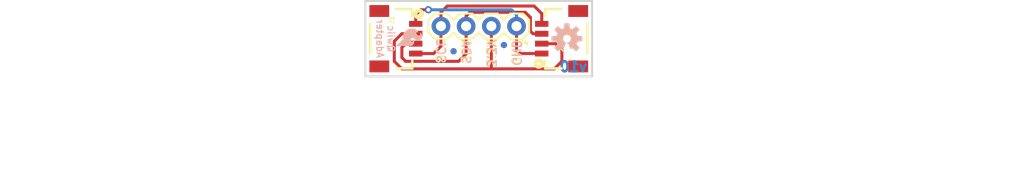
<source format=kicad_pcb>
(kicad_pcb (version 20211014) (generator pcbnew)
  (layers (0 "F.Cu" signal) (31 "B.Cu" signal) (34 "B.Paste" user) (35 "F.Paste" user) (36 "B.SilkS" user "B.Silkscreen") (37 "F.SilkS" user "F.Silkscreen") (38 "B.Mask" user) (39 "F.Mask" user) (44 "Edge.Cuts" user))
  (net 0 "")
  (net 1 "GND")
  (net 2 "SCL")
  (net 3 "SDA")
  (net 4 "3.3V")
  (footprint "boardEagle:FIDUCIAL-MICRO" (layer "F.Cu") (at 151.0411 105.6386)
    (fp_text reference "FD3" hide)
    (fp_text value "FIDUCIALUFIDUCIAL" hide)
    (pad "1" smd roundrect (at 0 0) (size 0.635 0.635) (layers "F.Cu" "F.Mask") (roundrect_rratio 0.5))
  )
  (footprint "boardEagle:1X04" (layer "F.Cu") (at 152.3111 103.7336 180)
    (fp_text reference "J4" (at -1.27 -1.397 180) (layer "F.SilkS") (effects (font (size 0.48768 0.48768) (thickness 0.12192)) (justify right top)))
    (fp_text value "PTH")
    (fp_line (start 1.27 0.635) (end 0.635 1.27) (layer "F.SilkS") (width 0.2032))
    (fp_line (start 3.81 -0.635) (end 4.445 -1.27) (layer "F.SilkS") (width 0.2032))
    (fp_line (start 8.255 1.27) (end 6.985 1.27) (layer "F.SilkS") (width 0.2032))
    (fp_line (start 0.635 -1.27) (end 1.27 -0.635) (layer "F.SilkS") (width 0.2032))
    (fp_line (start 3.175 -1.27) (end 3.81 -0.635) (layer "F.SilkS") (width 0.2032))
    (fp_line (start 1.27 -0.635) (end 1.905 -1.27) (layer "F.SilkS") (width 0.2032))
    (fp_line (start 8.89 0.635) (end 8.255 1.27) (layer "F.SilkS") (width 0.2032))
    (fp_line (start 3.81 0.635) (end 3.175 1.27) (layer "F.SilkS") (width 0.2032))
    (fp_line (start 3.175 1.27) (end 1.905 1.27) (layer "F.SilkS") (width 0.2032))
    (fp_line (start -0.635 -1.27) (end -1.27 -0.635) (layer "F.SilkS") (width 0.2032))
    (fp_line (start 6.35 0.635) (end 5.715 1.27) (layer "F.SilkS") (width 0.2032))
    (fp_line (start 6.985 -1.27) (end 8.255 -1.27) (layer "F.SilkS") (width 0.2032))
    (fp_line (start -0.635 -1.27) (end 0.635 -1.27) (layer "F.SilkS") (width 0.2032))
    (fp_line (start 1.905 1.27) (end 1.27 0.635) (layer "F.SilkS") (width 0.2032))
    (fp_line (start 8.255 -1.27) (end 8.89 -0.635) (layer "F.SilkS") (width 0.2032))
    (fp_line (start 4.445 1.27) (end 3.81 0.635) (layer "F.SilkS") (width 0.2032))
    (fp_line (start 5.715 -1.27) (end 6.35 -0.635) (layer "F.SilkS") (width 0.2032))
    (fp_line (start -1.27 0.635) (end -0.635 1.27) (layer "F.SilkS") (width 0.2032))
    (fp_line (start 6.985 -1.27) (end 6.35 -0.635) (layer "F.SilkS") (width 0.2032))
    (fp_line (start 4.445 -1.27) (end 5.715 -1.27) (layer "F.SilkS") (width 0.2032))
    (fp_line (start 8.89 -0.635) (end 8.89 0.635) (layer "F.SilkS") (width 0.2032))
    (fp_line (start 6.35 0.635) (end 6.985 1.27) (layer "F.SilkS") (width 0.2032))
    (fp_line (start 5.715 1.27) (end 4.445 1.27) (layer "F.SilkS") (width 0.2032))
    (fp_line (start 1.905 -1.27) (end 3.175 -1.27) (layer "F.SilkS") (width 0.2032))
    (fp_line (start 0.635 1.27) (end -0.635 1.27) (layer "F.SilkS") (width 0.2032))
    (fp_line (start -1.27 -0.635) (end -1.27 0.635) (layer "F.SilkS") (width 0.2032))
    (pad "1" thru_hole circle (at 0 0 270) (size 1.8796 1.8796) (drill 1.016) (layers *.Cu *.Mask) (net 1 "GND"))
    (pad "2" thru_hole circle (at 2.54 0 270) (size 1.8796 1.8796) (drill 1.016) (layers *.Cu *.Mask) (net 4 "3.3V"))
    (pad "3" thru_hole circle (at 5.08 0 270) (size 1.8796 1.8796) (drill 1.016) (layers *.Cu *.Mask) (net 3 "SDA"))
    (pad "4" thru_hole circle (at 7.62 0 270) (size 1.8796 1.8796) (drill 1.016) (layers *.Cu *.Mask) (net 2 "SCL"))
  )
  (footprint "boardEagle:1X04_1MM_RA" (layer "F.Cu") (at 142.1511 105.0036 -90)
    (fp_text reference "J1" (at -1.397 2.159 -90) (layer "F.SilkS") (effects (font (size 0.48768 0.48768) (thickness 0.12192)) (justify left bottom)))
    (fp_text value "")
    (fp_line (start -3 2) (end -3 0.35) (layer "F.SilkS") (width 0.254))
    (fp_line (start 3 0.35) (end 3 2) (layer "F.SilkS") (width 0.254))
    (fp_line (start -1.5 4.6) (end 1.5 4.6) (layer "F.SilkS") (width 0.254))
    (fp_line (start 2.25 0.35) (end 3 0.35) (layer "F.SilkS") (width 0.254))
    (fp_line (start -3 0.35) (end -2.25 0.35) (layer "F.SilkS") (width 0.254))
    (fp_circle (center -2.5 -0.3) (end -2.3586 -0.3) (layer "F.SilkS") (width 0.4) (fill none))
    (pad "1" smd rect (at -1.5 0 270) (size 0.6 1.35) (layers "F.Cu" "F.Paste" "F.Mask") (net 1 "GND"))
    (pad "2" smd rect (at -0.5 0 270) (size 0.6 1.35) (layers "F.Cu" "F.Paste" "F.Mask") (net 4 "3.3V"))
    (pad "3" smd rect (at 0.5 0 270) (size 0.6 1.35) (layers "F.Cu" "F.Paste" "F.Mask") (net 3 "SDA"))
    (pad "4" smd rect (at 1.5 0 270) (size 0.6 1.35) (layers "F.Cu" "F.Paste" "F.Mask") (net 2 "SCL"))
    (pad "NC1" smd rect (at 2.8 3.675 270) (size 1.2 2) (layers "F.Cu" "F.Paste" "F.Mask"))
    (pad "NC2" smd rect (at -2.8 3.675 270) (size 1.2 2) (layers "F.Cu" "F.Paste" "F.Mask"))
  )
  (footprint "boardEagle:1X04_1MM_RA" (layer "F.Cu") (at 154.8511 105.0036 90)
    (fp_text reference "J3" (at -1.397 2.159 90) (layer "F.SilkS") (effects (font (size 0.48768 0.48768) (thickness 0.12192)) (justify left bottom)))
    (fp_text value "")
    (fp_line (start -1.5 4.6) (end 1.5 4.6) (layer "F.SilkS") (width 0.254))
    (fp_line (start 2.25 0.35) (end 3 0.35) (layer "F.SilkS") (width 0.254))
    (fp_line (start -3 2) (end -3 0.35) (layer "F.SilkS") (width 0.254))
    (fp_line (start 3 0.35) (end 3 2) (layer "F.SilkS") (width 0.254))
    (fp_line (start -3 0.35) (end -2.25 0.35) (layer "F.SilkS") (width 0.254))
    (fp_circle (center -2.5 -0.3) (end -2.3586 -0.3) (layer "F.SilkS") (width 0.4) (fill none))
    (pad "1" smd rect (at -1.5 0 90) (size 0.6 1.35) (layers "F.Cu" "F.Paste" "F.Mask") (net 1 "GND"))
    (pad "2" smd rect (at -0.5 0 90) (size 0.6 1.35) (layers "F.Cu" "F.Paste" "F.Mask") (net 4 "3.3V"))
    (pad "3" smd rect (at 0.5 0 90) (size 0.6 1.35) (layers "F.Cu" "F.Paste" "F.Mask") (net 3 "SDA"))
    (pad "4" smd rect (at 1.5 0 90) (size 0.6 1.35) (layers "F.Cu" "F.Paste" "F.Mask") (net 2 "SCL"))
    (pad "NC1" smd rect (at 2.8 3.675 90) (size 1.2 2) (layers "F.Cu" "F.Paste" "F.Mask"))
    (pad "NC2" smd rect (at -2.8 3.675 90) (size 1.2 2) (layers "F.Cu" "F.Paste" "F.Mask"))
  )
  (footprint "boardEagle:CREATIVE_COMMONS" (layer "F.Cu") (at 120.5611 117.7036)
    (fp_text reference "FRAME1" hide)
    (fp_text value "FRAME-LETTER" hide)
  )
  (footprint "boardEagle:REVISION" (layer "F.Cu") (at 131.9911 120.2436)
    (fp_text reference "LOGO1" hide)
    (fp_text value "REVISION" hide)
  )
  (footprint "boardEagle:FIDUCIAL-MICRO" (layer "F.Cu") (at 145.9611 106.2736)
    (fp_text reference "FD1" hide)
    (fp_text value "FIDUCIALUFIDUCIAL" hide)
    (pad "1" smd roundrect (at 0 0) (size 0.635 0.635) (layers "F.Cu" "F.Mask") (roundrect_rratio 0.5))
  )
  (footprint "boardEagle:SFE_LOGO_FLAME_.1" (layer "B.Cu") (at 139.8651 106.0196 90)
    (fp_text reference "U$1" hide)
    (fp_text value "SFE_LOGO_FLAME.1_INCH" hide)
    (fp_poly (pts (xy 1.412844 2.906175) (xy 1.560112 2.832541) (xy 1.605026 2.798855) (xy 1.681982 2.7219) (xy 1.571006 2.7219) (xy 1.551005 2.7319) (xy 1.504689 2.7319) (xy 1.468361 2.722818) (xy 1.422477 2.713641) (xy 1.39011 2.697457) (xy 1.358081 2.673436) (xy 1.343019 2.650843) (xy 1.335288 2.635381) (xy 1.3281 2.613817) (xy 1.3281 2.564689) (xy 1.335361 2.535643) (xy 1.369607 2.484275) (xy 1.425028 2.428854) (xy 1.462016 2.401113) (xy 1.489157 2.383019) (xy 1.523301 2.365947) (xy 1.594689 2.3481) (xy 1.613817 2.3481) (xy 1.629419 2.353301) (xy 1.648687 2.372569) (xy 1.654712 2.384619) (xy 1.6619 2.406183) (xy 1.6619 2.558742) (xy 1.804838 2.469406) (xy 1.890505 2.373031) (xy 1.964662 2.256498) (xy 2.016968 2.099579) (xy 2.048309 1.932428) (xy 2.037811 1.753974) (xy 1.985628 1.555678) (xy 1.881878 1.368928) (xy 1.808618 1.274737) (xy 1.726044 1.192162) (xy 1.642524 1.119083) (xy 1.536984 1.055759) (xy 1.432127 1.013816) (xy 1.318165 0.982735) (xy 1.193153 0.9619) (xy 1.003156 0.9619) (xy 0.953397 0.953607) (xy 0.863627 0.899745) (xy 0.767974 0.804092) (xy 0.647975 0.664094) (xy 0.528159 0.544277) (xy 0.478163 0.484281) (xy 0.430255 0.436373) (xy 0.400257 0.386376) (xy 0.2819 0.268018) (xy 0.2819 1.732372) (xy 0.292559 1.817641) (xy 0.314746 1.895296) (xy 0.380852 2.005474) (xy 0.436664 2.050123) (xy 0.481171 2.083503) (xy 0.539098 2.106674) (xy 0.59313 2.117481) (xy 0.656847 2.1281) (xy 0.788994 2.1281) (xy 0.884319 2.080438) (xy 0.832569 2.028687) (xy 0.784617 2.004711) (xy 0.760581 1.996699) (xy 0.713301 1.949419) (xy 0.7081 1.933817) (xy 0.7081 1.906183) (xy 0.714532 1.886888) (xy 0.729607 1.864275) (xy 0.781412 1.81247) (xy 0.820903 1.796674) (xy 0.863772 1.7881) (xy 0.935311 1.7881) (xy 1.004357 1.805361) (xy 1.053944 1.83842) (xy 1.086004 1.878495) (xy 1.1019 1.926183) (xy 1.1019 1.983091) (xy 1.077224 2.048894) (xy 1.012268 2.113851) (xy 0.931425 2.204799) (xy 0.858661 2.287958) (xy 0.804008 2.386334) (xy 0.7819 2.485818) (xy 0.7819 2.576183) (xy 0.815289 2.676349) (xy 0.871274 2.765925) (xy 0.969046 2.84197) (xy 1.087145 2.906387) (xy 1.206565 2.9281) (xy 1.314182 2.9281)) (layer "B.SilkS") (width 0) (fill solid))
  )
  (footprint "boardEagle:OSHW-LOGO-S" (layer "B.Cu") (at 157.3911 105.0036 180)
    (fp_text reference "LOGO4" hide)
    (fp_text value "OSHW-LOGOS" hide)
    (fp_poly (pts (xy 0.301647 1.061351) (xy 0.42347 1.022344) (xy 0.537177 0.963769) (xy 0.92862 1.282946) (xy 1.282946 0.92862) (xy 0.961035 0.533823) (xy 1.057046 0.302084) (xy 1.5638 0.250561) (xy 1.5638 -0.250561) (xy 1.057046 -0.302084) (xy 0.961035 -0.533823) (xy 1.282946 -0.92862) (xy 0.92862 -1.282946) (xy 0.537177 -0.96377) (xy 0.356601 -1.056794) (xy 0.088679 -0.410073) (xy 0.326262 -0.2176) (xy 0.373649 -0.121468) (xy 0.392729 -0.010339) (xy 0.379464 0.101634) (xy 0.334947 0.205229) (xy 0.262842 0.291918) (xy 0.169087 0.354561) (xy 0.061406 0.387999) (xy -0.051342 0.38948) (xy -0.159868 0.358881) (xy -0.255234 0.298724) (xy -0.329589 0.213962) (xy -0.376813 0.111569) (xy -0.392176 0.005767) (xy -0.322923 -0.222565) (xy -0.249312 -0.303773) (xy 0.091677 -0.5081) (xy -0.12929 -0.5081) (xy -0.355332 -1.053732) (xy -0.506597 -0.983577) (xy -0.538922 -0.965192) (xy -0.92862 -1.282946) (xy -1.282946 -0.92862) (xy -0.961035 -0.533823) (xy -1.057046 -0.302084) (xy -1.5638 -0.250561) (xy -1.5638 0.250561) (xy -1.057046 0.302084) (xy -0.961035 0.533823) (xy -1.282946 0.92862) (xy -0.92862 1.282946) (xy -0.533823 0.961035) (xy -0.302084 1.057046) (xy -0.250561 1.5638) (xy 0.250561 1.5638)) (layer "B.SilkS") (width 0) (fill solid))
  )
  (footprint "boardEagle:FIDUCIAL-MICRO" (layer "B.Cu") (at 151.0411 105.6386 180)
    (fp_text reference "FD4" hide)
    (fp_text value "FIDUCIALUFIDUCIAL" hide)
    (pad "1" smd roundrect (at 0 0 180) (size 0.635 0.635) (layers "B.Cu" "B.Mask") (roundrect_rratio 0.5))
  )
  (footprint "boardEagle:FIDUCIAL-MICRO" (layer "B.Cu") (at 145.9611 106.2736 180)
    (fp_text reference "FD2" hide)
    (fp_text value "FIDUCIALUFIDUCIAL" hide)
    (pad "1" smd roundrect (at 0 0 180) (size 0.635 0.635) (layers "B.Cu" "B.Mask") (roundrect_rratio 0.5))
  )
  (gr_line (start 159.9311 108.8136) (end 137.0711 108.8136) (layer "Edge.Cuts") (width 0.2032))
  (gr_line (start 137.0711 101.1936) (end 159.9311 101.1936) (layer "Edge.Cuts") (width 0.2032))
  (gr_line (start 137.0711 108.8136) (end 137.0711 101.1936) (layer "Edge.Cuts") (width 0.2032))
  (gr_line (start 159.9311 101.1936) (end 159.9311 108.8136) (layer "Edge.Cuts") (width 0.2032))
  (gr_text "v10" (at 159.5501 108.4326) (layer "B.Cu") (effects (font (size 1.016 1.016) (thickness 0.254)) (justify left bottom mirror)))
  (gr_text "GND" (at 152.3111 105.0036 -90) (layer "B.SilkS") (effects (font (size 0.8636 0.8636) (thickness 0.1524)) (justify right mirror)))
  (gr_text "SCL" (at 144.6911 105.0036 -90) (layer "B.SilkS") (effects (font (size 0.8636 0.8636) (thickness 0.1524)) (justify right mirror)))
  (gr_text "Qwiic\nAdapter" (at 139.1031 105.0036 -90) (layer "B.SilkS") (effects (font (size 0.69088 0.69088) (thickness 0.12192)) (justify mirror)))
  (gr_text "3.3V" (at 149.7711 105.0036 -90) (layer "B.SilkS") (effects (font (size 0.8636 0.8636) (thickness 0.1524)) (justify right mirror)))
  (gr_text "SDA" (at 147.2311 105.0036 -90) (layer "B.SilkS") (effects (font (size 0.8636 0.8636) (thickness 0.1524)) (justify right mirror)))
  (gr_text "GND" (at 152.3111 105.0036 90) (layer "F.SilkS") (effects (font (size 0.8636 0.8636) (thickness 0.1524)) (justify right)))
  (gr_text "3.3V" (at 149.7711 105.0036 90) (layer "F.SilkS") (effects (font (size 0.8636 0.8636) (thickness 0.1524)) (justify right)))
  (gr_text "SCL" (at 144.6911 105.0036 90) (layer "F.SilkS") (effects (font (size 0.8636 0.8636) (thickness 0.1524)) (justify right)))
  (gr_text "SDA" (at 147.2311 105.0036 90) (layer "F.SilkS") (effects (font (size 0.8636 0.8636) (thickness 0.1524)) (justify right)))
  (segment (start 152.6681 106.5036) (end 152.3111 106.1466) (width 0.3048) (layer "F.Cu") (net 1))
  (segment (start 142.6591 102.0826) (end 143.4211 102.0826) (width 0.3048) (layer "F.Cu") (net 1))
  (segment (start 152.3111 106.1466) (end 152.3111 103.7336) (width 0.3048) (layer "F.Cu") (net 1))
  (segment (start 154.8511 106.5036) (end 152.6681 106.5036) (width 0.3048) (layer "F.Cu") (net 1))
  (segment (start 142.1511 103.5036) (end 142.1511 102.5906) (width 0.3048) (layer "F.Cu") (net 1))
  (segment (start 142.1511 102.5906) (end 142.6591 102.0826) (width 0.3048) (layer "F.Cu") (net 1))
  (via (at 143.4211 102.0826) (size 0.7366) (drill 0.381) (layers "F.Cu" "B.Cu") (net 1))
  (segment (start 152.3111 102.5906) (end 152.3111 103.7336) (width 0.3048) (layer "B.Cu") (net 1))
  (segment (start 143.4211 102.0826) (end 151.8031 102.0826) (width 0.3048) (layer "B.Cu") (net 1))
  (segment (start 151.8031 102.0826) (end 152.3111 102.5906) (width 0.3048) (layer "B.Cu") (net 1))
  (segment (start 145.3261 101.7016) (end 144.6911 102.3366) (width 0.3048) (layer "F.Cu") (net 2))
  (segment (start 144.6911 105.7656) (end 143.9531 106.5036) (width 0.3048) (layer "F.Cu") (net 2))
  (segment (start 142.1511 106.5036) (end 143.9531 106.5036) (width 0.3048) (layer "F.Cu") (net 2))
  (segment (start 154.8511 102.4636) (end 154.0891 101.7016) (width 0.3048) (layer "F.Cu") (net 2))
  (segment (start 144.6911 102.3366) (end 144.6911 103.7336) (width 0.3048) (layer "F.Cu") (net 2))
  (segment (start 144.6911 103.7336) (end 144.6911 105.7656) (width 0.3048) (layer "F.Cu") (net 2))
  (segment (start 154.0891 101.7016) (end 145.3261 101.7016) (width 0.3048) (layer "F.Cu") (net 2))
  (segment (start 154.8511 103.5036) (end 154.8511 102.4636) (width 0.3048) (layer "F.Cu") (net 2))
  (segment (start 141.1431 105.5036) (end 140.7541 105.8926) (width 0.3048) (layer "F.Cu") (net 3))
  (segment (start 147.2311 103.7336) (end 147.2311 106.5276) (width 0.3048) (layer "F.Cu") (net 3))
  (segment (start 153.2001 102.3366) (end 147.6121 102.3366) (width 0.3048) (layer "F.Cu") (net 3))
  (segment (start 147.2311 106.5276) (end 146.4691 107.2896) (width 0.3048) (layer "F.Cu") (net 3))
  (segment (start 141.1351 107.2896) (end 146.4691 107.2896) (width 0.3048) (layer "F.Cu") (net 3))
  (segment (start 153.7081 104.2416) (end 153.7081 102.8446) (width 0.3048) (layer "F.Cu") (net 3))
  (segment (start 142.1511 105.5036) (end 141.1431 105.5036) (width 0.3048) (layer "F.Cu") (net 3))
  (segment (start 147.6121 102.3366) (end 147.2311 102.7176) (width 0.3048) (layer "F.Cu") (net 3))
  (segment (start 147.2311 102.7176) (end 147.2311 103.7336) (width 0.3048) (layer "F.Cu") (net 3))
  (segment (start 140.7541 105.8926) (end 140.7541 106.9086) (width 0.3048) (layer "F.Cu") (net 3))
  (segment (start 140.7541 106.9086) (end 141.1351 107.2896) (width 0.3048) (layer "F.Cu") (net 3))
  (segment (start 153.9701 104.5036) (end 153.7081 104.2416) (width 0.3048) (layer "F.Cu") (net 3))
  (segment (start 154.8511 104.5036) (end 153.9701 104.5036) (width 0.3048) (layer "F.Cu") (net 3))
  (segment (start 153.7081 102.8446) (end 153.2001 102.3366) (width 0.3048) (layer "F.Cu") (net 3))
  (segment (start 140.7461 104.5036) (end 139.9921 105.2576) (width 0.3048) (layer "F.Cu") (net 4))
  (segment (start 140.7541 108.0516) (end 149.7711 108.0516) (width 0.3048) (layer "F.Cu") (net 4))
  (segment (start 156.8831 107.2896) (end 156.8831 106.1466) (width 0.3048) (layer "F.Cu") (net 4))
  (segment (start 139.9921 107.2896) (end 140.7541 108.0516) (width 0.3048) (layer "F.Cu") (net 4))
  (segment (start 142.1511 104.5036) (end 140.7461 104.5036) (width 0.3048) (layer "F.Cu") (net 4))
  (segment (start 139.9921 105.2576) (end 139.9921 107.2896) (width 0.3048) (layer "F.Cu") (net 4))
  (segment (start 149.7711 105.5116) (end 149.7711 108.0516) (width 0.3048) (layer "F.Cu") (net 4))
  (segment (start 154.8511 105.5036) (end 156.2401 105.5036) (width 0.3048) (layer "F.Cu") (net 4))
  (segment (start 149.7711 103.7336) (end 149.7711 105.5116) (width 0.3048) (layer "F.Cu") (net 4))
  (segment (start 149.7711 108.0516) (end 156.1211 108.0516) (width 0.3048) (layer "F.Cu") (net 4))
  (segment (start 149.7791 105.5036) (end 149.7711 105.5116) (width 0.3048) (layer "F.Cu") (net 4))
  (segment (start 156.8831 106.1466) (end 156.2401 105.5036) (width 0.3048) (layer "F.Cu") (net 4))
  (segment (start 156.1211 108.0516) (end 156.8831 107.2896) (width 0.3048) (layer "F.Cu") (net 4))
)
</source>
